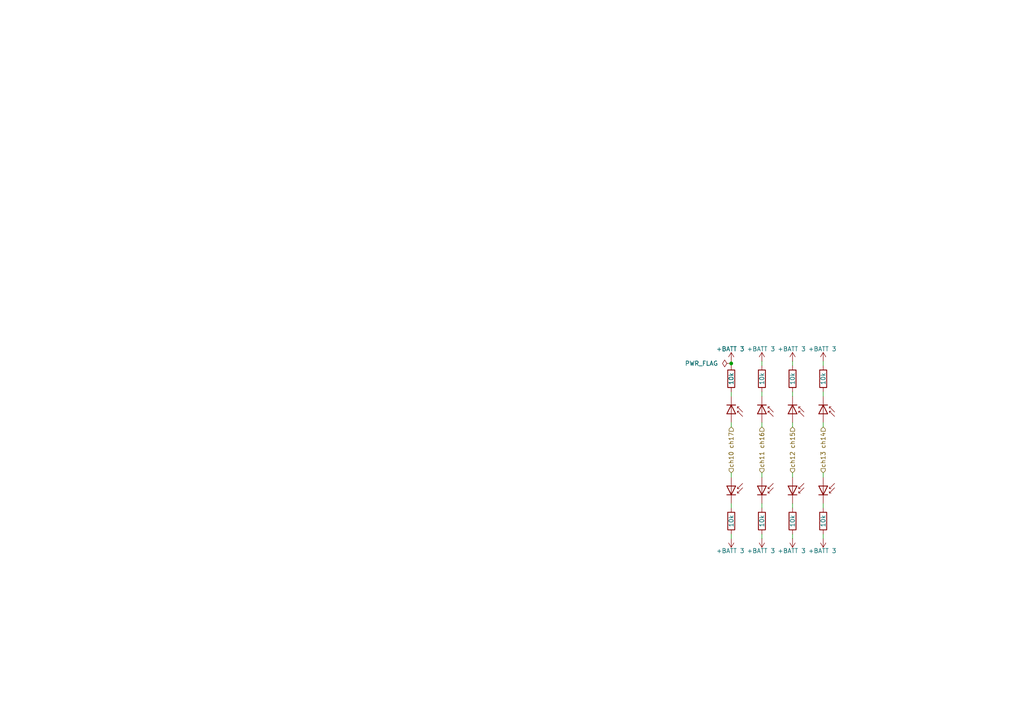
<source format=kicad_sch>
(kicad_sch (version 20231120) (generator "eeschema") (generator_version "8.0")
  (paper "A4")
  (lib_symbols
    (symbol "Device:D_SiPM" (pin_numbers hide) (pin_names hide)
      (property "Reference" "D" (at 1.778 1.778 0))
      (property "Value" "D_SiPM" (at 0.254 -2.794 0))
      (symbol "D_SiPM_0_1"
        (polyline (pts (xy -1.27 0) (xy 1.27 0)))
        (polyline (pts (xy -1.27 1.27) (xy -1.27 -1.27)) (stroke (width 0.254)))
        (polyline (pts (xy -0.762 1.778) (xy -0.254 1.778)))
        (polyline (pts (xy 1.27 1.27) (xy 1.27 -1.27)) (stroke (width 0.254)))
        (polyline (pts (xy 0.762 3.302) (xy -0.762 1.778) (xy -0.762 2.286)))
        (polyline (pts (xy 1.27 1.27) (xy -1.27 0) (xy 1.27 -1.27)) (stroke (width 0.254)))
        (polyline (pts (xy 2.032 3.302) (xy 0.508 1.778) (xy 0.508 2.286) (xy 0.508 1.778) (xy 1.016 1.778)))
      )
      (symbol "D_SiPM_1_1"
        (pin passive line (at -3.81 0 0) (length 2.54) (name "K") (number "1"))
        (pin passive line (at 3.81 0 180) (length 2.54) (name "A") (number "2"))
      )
    )
    (symbol "Device:R" (pin_numbers hide) (pin_names (offset 0))
      (property "Reference" "R" (at 2.032 0 90))
      (property "Value" "R" (at 0 0 90))
      (symbol "R_0_1"
        (rectangle (start -1.016 -2.54) (end 1.016 2.54) (stroke (width 0.254)))
      )
      (symbol "R_1_1"
        (pin passive line (at 0 3.81 270) (length 1.27) (name "~") (number "1"))
        (pin passive line (at 0 -3.81 90) (length 1.27) (name "~") (number "2"))
      )
    )
    (symbol "power:+BATT" (power) (pin_numbers hide) (pin_names (offset 0) hide)
      (property "Value" "+BATT" (at 0 3.556 0))
      (symbol "+BATT_0_1"
        (polyline (pts (xy -0.762 1.27) (xy 0 2.54)))
        (polyline (pts (xy 0 0) (xy 0 2.54)))
        (polyline (pts (xy 0 2.54) (xy 0.762 1.27)))
      )
      (symbol "+BATT_1_1"
        (pin power_in line (at 0 0 90) (length 0) (name "~") (number "1"))
      )
    )
    (symbol "power:PWR_FLAG" (power) (pin_numbers hide) (pin_names (offset 0) hide)
      (property "Value" "PWR_FLAG" (at 0 3.81 0))
      (symbol "PWR_FLAG_0_0"
        (pin power_out line (at 0 0 90) (length 0) (name "~") (number "1"))
      )
      (symbol "PWR_FLAG_0_1"
        (polyline (pts (xy 0 0) (xy 0 1.27) (xy -1.016 1.905) (xy 0 2.54) (xy 1.016 1.905) (xy 0 1.27)))
      )
    )
  )
  (junction (at 212.09 105.41))
  (wire (pts (xy 238.76 146.05) (xy 238.76 147.32)))
  (wire (pts (xy 220.98 154.94) (xy 220.98 156.21)))
  (wire (pts (xy 238.76 137.16) (xy 238.76 138.43)))
  (wire (pts (xy 212.09 146.05) (xy 212.09 147.32)))
  (wire (pts (xy 229.87 137.16) (xy 229.87 138.43)))
  (wire (pts (xy 229.87 123.825) (xy 229.87 122.555)))
  (wire (pts (xy 220.98 114.935) (xy 220.98 113.665)))
  (wire (pts (xy 229.87 154.94) (xy 229.87 156.21)))
  (wire (pts (xy 220.98 123.825) (xy 220.98 122.555)))
  (wire (pts (xy 212.09 105.41) (xy 212.09 104.775)))
  (wire (pts (xy 212.09 154.94) (xy 212.09 156.21)))
  (wire (pts (xy 212.09 123.825) (xy 212.09 122.555)))
  (wire (pts (xy 238.76 123.825) (xy 238.76 122.555)))
  (wire (pts (xy 238.76 114.935) (xy 238.76 113.665)))
  (wire (pts (xy 238.76 154.94) (xy 238.76 156.21)))
  (wire (pts (xy 212.09 106.045) (xy 212.09 105.41)))
  (wire (pts (xy 238.76 106.045) (xy 238.76 104.775)))
  (wire (pts (xy 229.87 114.935) (xy 229.87 113.665)))
  (wire (pts (xy 220.98 106.045) (xy 220.98 104.775)))
  (wire (pts (xy 220.98 146.05) (xy 220.98 147.32)))
  (wire (pts (xy 212.09 137.16) (xy 212.09 138.43)))
  (wire (pts (xy 220.98 137.16) (xy 220.98 138.43)))
  (wire (pts (xy 229.87 146.05) (xy 229.87 147.32)))
  (wire (pts (xy 212.09 114.935) (xy 212.09 113.665)))
  (wire (pts (xy 229.87 106.045) (xy 229.87 104.775)))
  (hierarchical_label "ch15" (shape input) (at 229.87 123.825 270))
  (hierarchical_label "ch14" (shape input) (at 238.76 123.825 270))
  (hierarchical_label "ch11" (shape input) (at 220.98 137.16 90))
  (hierarchical_label "ch12" (shape input) (at 229.87 137.16 90))
  (hierarchical_label "ch17" (shape input) (at 212.09 123.825 270))
  (hierarchical_label "ch13" (shape input) (at 238.76 137.16 90))
  (hierarchical_label "ch16" (shape input) (at 220.98 123.825 270))
  (hierarchical_label "ch10" (shape input) (at 212.09 137.16 90))
  (symbol (lib_id "Device:D_SiPM") (at 229.87 142.24 270) (mirror x) (unit 1)
    (property "Reference" "D38" (effects (hide yes)))
    (property "Value" "D_SiPM" (effects (hide yes)))
    (property "Footprint" "kicad-mza:Hamamatsu_S10362-11-100P-plus" (effects (hide yes)))
    (property "Description" "Silicon photomultiplier" (effects (hide yes)))
  )
  (symbol (lib_id "power:+BATT") (at 212.09 156.21 0) (mirror x) (unit 1)
    (property "Reference" "#PWR034" (effects (hide yes)))
    (property "Value" "+BATT 3" (at 211.836 159.766 0))
    (property "Description" "Power symbol creates a global label with name \"+BATT\"" (effects (hide yes)))
  )
  (symbol (lib_id "power:+BATT") (at 212.09 104.775 0) (unit 1)
    (property "Reference" "#PWR033" (effects (hide yes)))
    (property "Value" "+BATT 3" (at 211.836 101.219 0))
    (property "Description" "Power symbol creates a global label with name \"+BATT\"" (effects (hide yes)))
  )
  (symbol (lib_id "Device:D_SiPM") (at 212.09 142.24 270) (mirror x) (unit 1)
    (property "Reference" "D34" (effects (hide yes)))
    (property "Value" "D_SiPM" (effects (hide yes)))
    (property "Footprint" "kicad-mza:Hamamatsu_S10362-11-100P-plus" (effects (hide yes)))
    (property "Description" "Silicon photomultiplier" (effects (hide yes)))
  )
  (symbol (lib_id "Device:D_SiPM") (at 229.87 118.745 270) (unit 1)
    (property "Reference" "D37" (effects (hide yes)))
    (property "Value" "D_SiPM" (effects (hide yes)))
    (property "Footprint" "kicad-mza:Hamamatsu_S10362-11-100P-plus" (effects (hide yes)))
    (property "Description" "Silicon photomultiplier" (effects (hide yes)))
  )
  (symbol (lib_id "power:+BATT") (at 220.98 104.775 0) (unit 1)
    (property "Reference" "#PWR035" (effects (hide yes)))
    (property "Value" "+BATT 3" (at 220.726 101.219 0))
    (property "Description" "Power symbol creates a global label with name \"+BATT\"" (effects (hide yes)))
  )
  (symbol (lib_id "Device:D_SiPM") (at 220.98 142.24 270) (mirror x) (unit 1)
    (property "Reference" "D36" (effects (hide yes)))
    (property "Value" "D_SiPM" (effects (hide yes)))
    (property "Footprint" "kicad-mza:Hamamatsu_S10362-11-100P-plus" (effects (hide yes)))
    (property "Description" "Silicon photomultiplier" (effects (hide yes)))
  )
  (symbol (lib_id "Device:R") (at 229.87 109.855 0) (unit 1)
    (property "Reference" "R37" (effects (hide yes)))
    (property "Value" "10k" (at 229.87 109.855 90))
    (property "Footprint" "kicad-mza:0603" (effects (hide yes)))
    (property "Description" "Resistor" (effects (hide yes)))
  )
  (symbol (lib_id "power:+BATT") (at 229.87 104.775 0) (unit 1)
    (property "Reference" "#PWR037" (effects (hide yes)))
    (property "Value" "+BATT 3" (at 229.616 101.219 0))
    (property "Description" "Power symbol creates a global label with name \"+BATT\"" (effects (hide yes)))
  )
  (symbol (lib_id "power:+BATT") (at 220.98 156.21 0) (mirror x) (unit 1)
    (property "Reference" "#PWR036" (effects (hide yes)))
    (property "Value" "+BATT 3" (at 220.726 159.766 0))
    (property "Description" "Power symbol creates a global label with name \"+BATT\"" (effects (hide yes)))
  )
  (symbol (lib_id "Device:D_SiPM") (at 238.76 142.24 270) (mirror x) (unit 1)
    (property "Reference" "D40" (effects (hide yes)))
    (property "Value" "D_SiPM" (effects (hide yes)))
    (property "Footprint" "kicad-mza:Hamamatsu_S10362-11-100P-plus" (effects (hide yes)))
    (property "Description" "Silicon photomultiplier" (effects (hide yes)))
  )
  (symbol (lib_id "Device:D_SiPM") (at 212.09 118.745 270) (unit 1)
    (property "Reference" "D33" (effects (hide yes)))
    (property "Value" "D_SiPM" (effects (hide yes)))
    (property "Footprint" "kicad-mza:Hamamatsu_S10362-11-100P-plus" (effects (hide yes)))
    (property "Description" "Silicon photomultiplier" (effects (hide yes)))
  )
  (symbol (lib_id "Device:R") (at 212.09 151.13 0) (mirror x) (unit 1)
    (property "Reference" "R34" (effects (hide yes)))
    (property "Value" "10k" (at 212.09 151.13 90))
    (property "Footprint" "kicad-mza:0603" (effects (hide yes)))
    (property "Description" "Resistor" (effects (hide yes)))
  )
  (symbol (lib_id "Device:R") (at 220.98 109.855 0) (unit 1)
    (property "Reference" "R35" (effects (hide yes)))
    (property "Value" "10k" (at 220.98 109.855 90))
    (property "Footprint" "kicad-mza:0603" (effects (hide yes)))
    (property "Description" "Resistor" (effects (hide yes)))
  )
  (symbol (lib_id "Device:D_SiPM") (at 220.98 118.745 270) (unit 1)
    (property "Reference" "D35" (effects (hide yes)))
    (property "Value" "D_SiPM" (effects (hide yes)))
    (property "Footprint" "kicad-mza:Hamamatsu_S10362-11-100P-plus" (effects (hide yes)))
    (property "Description" "Silicon photomultiplier" (effects (hide yes)))
  )
  (symbol (lib_id "Device:R") (at 220.98 151.13 0) (mirror x) (unit 1)
    (property "Reference" "R36" (effects (hide yes)))
    (property "Value" "10k" (at 220.98 151.13 90))
    (property "Footprint" "kicad-mza:0603" (effects (hide yes)))
    (property "Description" "Resistor" (effects (hide yes)))
  )
  (symbol (lib_id "Device:D_SiPM") (at 238.76 118.745 270) (unit 1)
    (property "Reference" "D39" (effects (hide yes)))
    (property "Value" "D_SiPM" (effects (hide yes)))
    (property "Footprint" "kicad-mza:Hamamatsu_S10362-11-100P-plus" (effects (hide yes)))
    (property "Description" "Silicon photomultiplier" (effects (hide yes)))
  )
  (symbol (lib_id "power:+BATT") (at 238.76 104.775 0) (unit 1)
    (property "Reference" "#PWR039" (effects (hide yes)))
    (property "Value" "+BATT 3" (at 238.506 101.219 0))
    (property "Description" "Power symbol creates a global label with name \"+BATT\"" (effects (hide yes)))
  )
  (symbol (lib_id "power:PWR_FLAG") (at 212.09 105.41 90) (unit 1)
    (property "Reference" "#FLG04" (effects (hide yes)))
    (property "Value" "PWR_FLAG" (at 208.28 105.4099 90) (effects (justify left)))
    (property "Description" "Special symbol for telling ERC where power comes from" (effects (hide yes)))
  )
  (symbol (lib_id "Device:R") (at 238.76 109.855 0) (unit 1)
    (property "Reference" "R39" (effects (hide yes)))
    (property "Value" "10k" (at 238.76 109.855 90))
    (property "Footprint" "kicad-mza:0603" (effects (hide yes)))
    (property "Description" "Resistor" (effects (hide yes)))
  )
  (symbol (lib_id "power:+BATT") (at 229.87 156.21 0) (mirror x) (unit 1)
    (property "Reference" "#PWR038" (effects (hide yes)))
    (property "Value" "+BATT 3" (at 229.616 159.766 0))
    (property "Description" "Power symbol creates a global label with name \"+BATT\"" (effects (hide yes)))
  )
  (symbol (lib_id "Device:R") (at 212.09 109.855 0) (unit 1)
    (property "Reference" "R33" (effects (hide yes)))
    (property "Value" "10k" (at 212.09 109.855 90))
    (property "Footprint" "kicad-mza:0603" (effects (hide yes)))
    (property "Description" "Resistor" (effects (hide yes)))
  )
  (symbol (lib_id "power:+BATT") (at 238.76 156.21 0) (mirror x) (unit 1)
    (property "Reference" "#PWR040" (effects (hide yes)))
    (property "Value" "+BATT 3" (at 238.506 159.766 0))
    (property "Description" "Power symbol creates a global label with name \"+BATT\"" (effects (hide yes)))
  )
  (symbol (lib_id "Device:R") (at 238.76 151.13 0) (mirror x) (unit 1)
    (property "Reference" "R40" (effects (hide yes)))
    (property "Value" "10k" (at 238.76 151.13 90))
    (property "Footprint" "kicad-mza:0603" (effects (hide yes)))
    (property "Description" "Resistor" (effects (hide yes)))
  )
  (symbol (lib_id "Device:R") (at 229.87 151.13 0) (mirror x) (unit 1)
    (property "Reference" "R38" (effects (hide yes)))
    (property "Value" "10k" (at 229.87 151.13 90))
    (property "Footprint" "kicad-mza:0603" (effects (hide yes)))
    (property "Description" "Resistor" (effects (hide yes)))
  )
)
</source>
